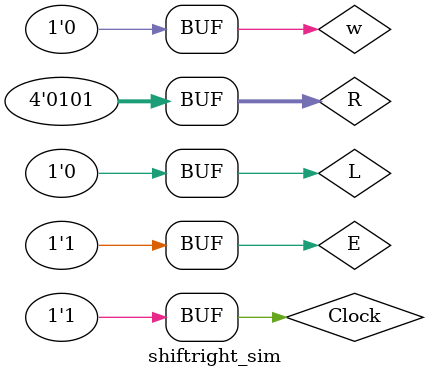
<source format=v>
`timescale 1ns / 1ps


module shiftright_sim;
    parameter n = 4;
    
    reg [n-1:0] R = 4'b0101;
    reg L = 0, E = 0, w = 0, Clock = 0;
    
    wire [n-1:0] Q;
    
    shiftright uut(R, L, E, w, Clock, Q);
    
    initial begin
        #1 Clock = 0; 
        #1 Clock = 1; L = 1;
        #1 Clock = 0;
        #1 Clock = 1; L = 0; E = 1;
        #1 Clock = 0;
        #1 Clock = 1;
        #1 Clock = 0;
        #1 Clock = 1;
    end

endmodule

</source>
